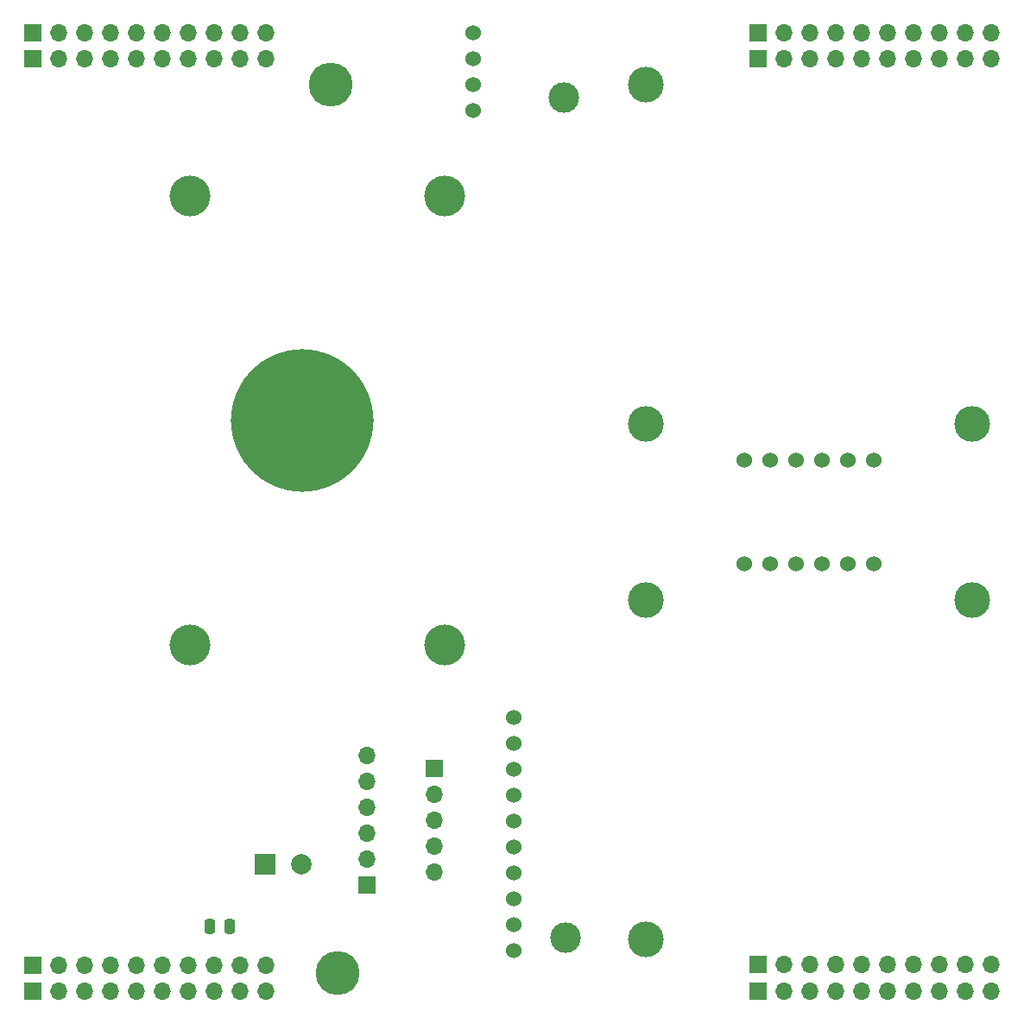
<source format=gbr>
%TF.GenerationSoftware,KiCad,Pcbnew,6.0.7-f9a2dced07~116~ubuntu20.04.1*%
%TF.CreationDate,2022-10-31T14:44:56+01:00*%
%TF.ProjectId,av_citynode_hw,61765f63-6974-4796-9e6f-64655f68772e,rev?*%
%TF.SameCoordinates,Original*%
%TF.FileFunction,Soldermask,Bot*%
%TF.FilePolarity,Negative*%
%FSLAX46Y46*%
G04 Gerber Fmt 4.6, Leading zero omitted, Abs format (unit mm)*
G04 Created by KiCad (PCBNEW 6.0.7-f9a2dced07~116~ubuntu20.04.1) date 2022-10-31 14:44:56*
%MOMM*%
%LPD*%
G01*
G04 APERTURE LIST*
G04 Aperture macros list*
%AMRoundRect*
0 Rectangle with rounded corners*
0 $1 Rounding radius*
0 $2 $3 $4 $5 $6 $7 $8 $9 X,Y pos of 4 corners*
0 Add a 4 corners polygon primitive as box body*
4,1,4,$2,$3,$4,$5,$6,$7,$8,$9,$2,$3,0*
0 Add four circle primitives for the rounded corners*
1,1,$1+$1,$2,$3*
1,1,$1+$1,$4,$5*
1,1,$1+$1,$6,$7*
1,1,$1+$1,$8,$9*
0 Add four rect primitives between the rounded corners*
20,1,$1+$1,$2,$3,$4,$5,0*
20,1,$1+$1,$4,$5,$6,$7,0*
20,1,$1+$1,$6,$7,$8,$9,0*
20,1,$1+$1,$8,$9,$2,$3,0*%
G04 Aperture macros list end*
%ADD10RoundRect,0.250000X-0.250000X-0.475000X0.250000X-0.475000X0.250000X0.475000X-0.250000X0.475000X0*%
%ADD11C,3.000000*%
%ADD12C,1.524000*%
%ADD13R,1.700000X1.700000*%
%ADD14O,1.700000X1.700000*%
%ADD15C,4.300000*%
%ADD16C,3.500000*%
%ADD17C,4.000000*%
%ADD18C,14.000000*%
%ADD19R,2.000000X2.000000*%
%ADD20C,2.000000*%
G04 APERTURE END LIST*
D10*
%TO.C,C14*%
X248478000Y-137795000D03*
X250378000Y-137795000D03*
%TD*%
D11*
%TO.C,U11*%
X283345000Y-138938000D03*
D12*
X278265000Y-140208000D03*
X278265000Y-137668000D03*
X278265000Y-135128000D03*
X278265000Y-132588000D03*
X278265000Y-130048000D03*
X278265000Y-127508000D03*
X278265000Y-124968000D03*
X278265000Y-122428000D03*
X278265000Y-119888000D03*
X278265000Y-117348000D03*
%TD*%
D11*
%TO.C,U10*%
X283210000Y-56515000D03*
D12*
X274320000Y-57785000D03*
X274320000Y-55245000D03*
X274320000Y-52705000D03*
X274320000Y-50165000D03*
%TD*%
D13*
%TO.C,J20*%
X263906000Y-133731000D03*
D14*
X263906000Y-131191000D03*
X263906000Y-128651000D03*
X263906000Y-126111000D03*
X263906000Y-123571000D03*
X263906000Y-121031000D03*
%TD*%
D13*
%TO.C,J22*%
X231140000Y-50165000D03*
D14*
X233680000Y-50165000D03*
X236220000Y-50165000D03*
X238760000Y-50165000D03*
X241300000Y-50165000D03*
X243840000Y-50165000D03*
X246380000Y-50165000D03*
X248920000Y-50165000D03*
X251460000Y-50165000D03*
X254000000Y-50165000D03*
%TD*%
D13*
%TO.C,J3*%
X302260000Y-52705000D03*
D14*
X304800000Y-52705000D03*
X307340000Y-52705000D03*
X309880000Y-52705000D03*
X312420000Y-52705000D03*
X314960000Y-52705000D03*
X317500000Y-52705000D03*
X320040000Y-52705000D03*
X322580000Y-52705000D03*
X325120000Y-52705000D03*
%TD*%
D13*
%TO.C,J24*%
X231140000Y-144145000D03*
D14*
X233680000Y-144145000D03*
X236220000Y-144145000D03*
X238760000Y-144145000D03*
X241300000Y-144145000D03*
X243840000Y-144145000D03*
X246380000Y-144145000D03*
X248920000Y-144145000D03*
X251460000Y-144145000D03*
X254000000Y-144145000D03*
%TD*%
D15*
%TO.C,H1*%
X260350000Y-55245000D03*
%TD*%
%TO.C,H2*%
X260985000Y-142367000D03*
%TD*%
D13*
%TO.C,J13*%
X270510000Y-122306000D03*
D14*
X270510000Y-124846000D03*
X270510000Y-127386000D03*
X270510000Y-129926000D03*
X270510000Y-132466000D03*
%TD*%
D16*
%TO.C,AFE1*%
X323215000Y-88519000D03*
X291211000Y-88519000D03*
X291211000Y-55245000D03*
D12*
X313563000Y-92075000D03*
X311023000Y-92075000D03*
X308483000Y-92075000D03*
X305943000Y-92075000D03*
X303403000Y-92075000D03*
X300863000Y-92075000D03*
%TD*%
D17*
%TO.C,U12*%
X271504000Y-66187000D03*
X246504000Y-66187000D03*
X271504000Y-110187000D03*
X246504000Y-110187000D03*
D18*
X257504000Y-88187000D03*
%TD*%
D16*
%TO.C,AFE2*%
X323215000Y-105791000D03*
X291211000Y-139065000D03*
X291211000Y-105791000D03*
D12*
X300863000Y-102235000D03*
X303403000Y-102235000D03*
X305943000Y-102235000D03*
X308483000Y-102235000D03*
X311023000Y-102235000D03*
X313563000Y-102235000D03*
%TD*%
D13*
%TO.C,J15*%
X231140000Y-141605000D03*
D14*
X233680000Y-141605000D03*
X236220000Y-141605000D03*
X238760000Y-141605000D03*
X241300000Y-141605000D03*
X243840000Y-141605000D03*
X246380000Y-141605000D03*
X248920000Y-141605000D03*
X251460000Y-141605000D03*
X254000000Y-141605000D03*
%TD*%
D19*
%TO.C,C15*%
X253906323Y-131699000D03*
D20*
X257406323Y-131699000D03*
%TD*%
D13*
%TO.C,J21*%
X302260000Y-50165000D03*
D14*
X304800000Y-50165000D03*
X307340000Y-50165000D03*
X309880000Y-50165000D03*
X312420000Y-50165000D03*
X314960000Y-50165000D03*
X317500000Y-50165000D03*
X320040000Y-50165000D03*
X322580000Y-50165000D03*
X325120000Y-50165000D03*
%TD*%
D13*
%TO.C,J14*%
X302260000Y-141580000D03*
D14*
X304800000Y-141580000D03*
X307340000Y-141580000D03*
X309880000Y-141580000D03*
X312420000Y-141580000D03*
X314960000Y-141580000D03*
X317500000Y-141580000D03*
X320040000Y-141580000D03*
X322580000Y-141580000D03*
X325120000Y-141580000D03*
%TD*%
D13*
%TO.C,J5*%
X231140000Y-52705000D03*
D14*
X233680000Y-52705000D03*
X236220000Y-52705000D03*
X238760000Y-52705000D03*
X241300000Y-52705000D03*
X243840000Y-52705000D03*
X246380000Y-52705000D03*
X248920000Y-52705000D03*
X251460000Y-52705000D03*
X254000000Y-52705000D03*
%TD*%
D13*
%TO.C,J23*%
X302260000Y-144145000D03*
D14*
X304800000Y-144145000D03*
X307340000Y-144145000D03*
X309880000Y-144145000D03*
X312420000Y-144145000D03*
X314960000Y-144145000D03*
X317500000Y-144145000D03*
X320040000Y-144145000D03*
X322580000Y-144145000D03*
X325120000Y-144145000D03*
%TD*%
M02*

</source>
